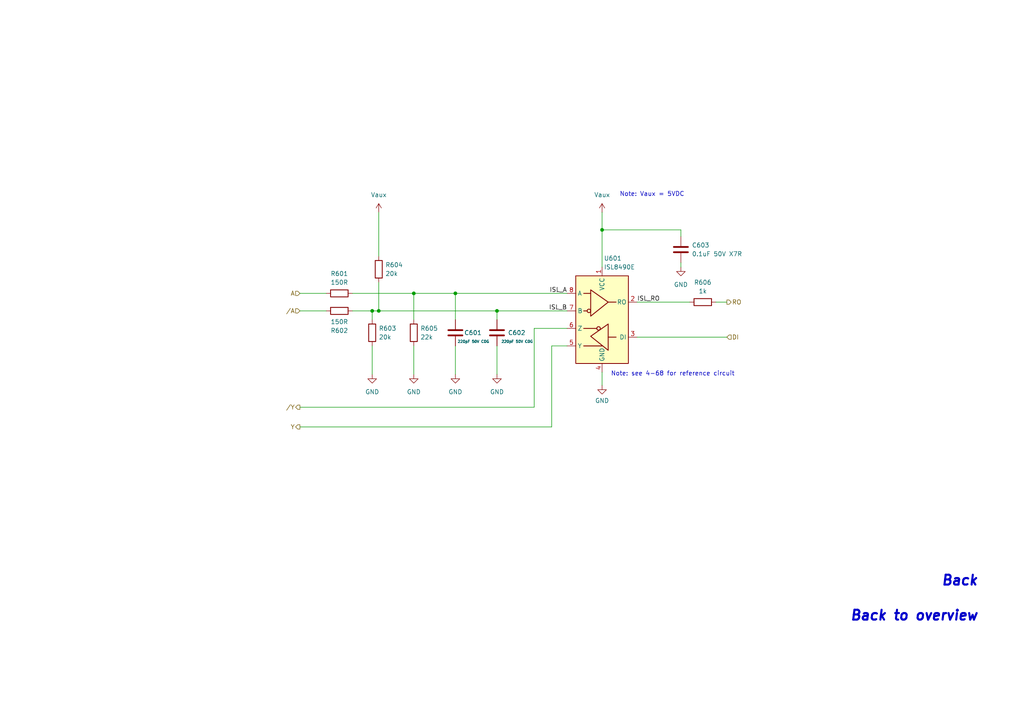
<source format=kicad_sch>
(kicad_sch (version 20230121) (generator eeschema)
  (paper "A4")
  (title_block (title "RS422 interface for SSI sensor") (date "2023-03-21") (company "EPFL Xplore") (comment 2 "Authors: Vincent Nguyen, Yassine Bakkali"))
  (lib_symbols
    (symbol "0_power_symbols:Vaux" (power) (pin_names (offset 0))
      (property "Value" "Vaux" (at 0 3.556 0))
      (symbol "Vaux_0_1"
        (polyline (pts (xy -0.762 1.27) (xy 0 2.54)))
        (polyline (pts (xy 0 0) (xy 0 2.54)))
        (polyline (pts (xy 0 2.54) (xy 0.762 1.27)))
      )
      (symbol "Vaux_1_1"
        (pin power_in line (at 0 0 90) (length 0) hide (name "Vaux") (number "1"))
      )
    )
    (symbol "0_transceiver:ISL8490E"
      (property "Reference" "U" (at -6.985 -13.97 0))
      (property "Value" "ISL8490E" (at 5.08 13.97 0))
      (symbol "ISL8490E_0_1"
        (rectangle (start -7.62 12.7) (end 7.62 -12.7) (stroke (width 0.254)) (fill (type background)))
        (polyline (pts (xy -1.778 -5.08) (xy -4.064 -5.08)) (stroke (width 0.254)))
        (polyline (pts (xy -1.778 5.08) (xy -4.064 5.08)) (stroke (width 0.254)))
        (polyline (pts (xy 0 -7.62) (xy 5.334 -7.62)) (stroke (width 0.254)))
        (polyline (pts (xy 1.524 -2.54) (xy 5.334 -2.54)) (stroke (width 0.254)))
        (polyline (pts (xy 3.302 7.62) (xy 5.334 7.62)) (stroke (width 0.254)))
        (polyline (pts (xy 4.318 2.54) (xy 5.334 2.54)) (stroke (width 0.254)))
        (polyline (pts (xy -1.778 -5.08) (xy -1.778 -1.27) (xy 3.302 -4.826) (xy -1.778 -8.89) (xy -1.778 -5.08)) (stroke (width 0.254)))
        (circle (center 1.016 -2.54) (radius 0.508) (stroke (width 0.254)))
      )
      (symbol "ISL8490E_1_1"
        (polyline (pts (xy 3.302 4.826) (xy 3.302 8.636) (xy -1.778 5.08) (xy 3.302 1.016) (xy 3.302 4.826)) (stroke (width 0.254)))
        (circle (center 3.81 2.54) (radius 0.508) (stroke (width 0.254)))
        (pin power_in line (at 0 15.24 270) (length 2.54) (name "VCC") (number "1"))
        (pin output line (at -10.16 5.08 0) (length 2.54) (name "RO") (number "2"))
        (pin input line (at -10.16 -5.08 0) (length 2.54) (name "DI") (number "3"))
        (pin power_in line (at 0 -15.24 90) (length 2.54) (name "GND") (number "4"))
        (pin output line (at 10.16 -7.62 180) (length 2.54) (name "Y") (number "5"))
        (pin output line (at 10.16 -2.54 180) (length 2.54) (name "Z") (number "6"))
        (pin input line (at 10.16 2.54 180) (length 2.54) (name "B") (number "7"))
        (pin input line (at 10.16 7.62 180) (length 2.54) (name "A") (number "8"))
      )
    )
    (symbol "Device:C" (pin_numbers hide) (pin_names (offset 0.254))
      (property "Reference" "C" (at 0.635 2.54 0))
      (property "Value" "C" (at 0.635 -2.54 0))
      (symbol "C_0_1"
        (polyline (pts (xy -2.032 -0.762) (xy 2.032 -0.762)) (stroke (width 0.508)))
        (polyline (pts (xy -2.032 0.762) (xy 2.032 0.762)) (stroke (width 0.508)))
      )
      (symbol "C_1_1"
        (pin passive line (at 0 3.81 270) (length 2.794) (name "~") (number "1"))
        (pin passive line (at 0 -3.81 90) (length 2.794) (name "~") (number "2"))
      )
    )
    (symbol "Device:R" (pin_numbers hide) (pin_names (offset 0))
      (property "Reference" "R" (at 2.032 0 90))
      (property "Value" "R" (at 0 0 90))
      (symbol "R_0_1"
        (rectangle (start -1.016 -2.54) (end 1.016 2.54) (stroke (width 0.254)))
      )
      (symbol "R_1_1"
        (pin passive line (at 0 3.81 270) (length 1.27) (name "~") (number "1"))
        (pin passive line (at 0 -3.81 90) (length 1.27) (name "~") (number "2"))
      )
    )
    (symbol "power:GND" (power) (pin_names (offset 0))
      (property "Value" "GND" (at 0 -3.81 0))
      (symbol "GND_0_1"
        (polyline (pts (xy 0 0) (xy 0 -1.27) (xy 1.27 -1.27) (xy 0 -2.54) (xy -1.27 -1.27) (xy 0 -1.27)))
      )
      (symbol "GND_1_1"
        (pin power_in line (at 0 0 270) (length 0) hide (name "GND") (number "1"))
      )
    )
  )
  (junction (at 109.855 90.17))
  (junction (at 132.08 85.09))
  (junction (at 120.015 85.09))
  (junction (at 107.95 90.17))
  (junction (at 144.145 90.17))
  (junction (at 174.625 66.675))
  (wire (pts (xy 120.015 85.09) (xy 120.015 92.71)))
  (wire (pts (xy 160.02 100.33) (xy 160.02 123.825)))
  (wire (pts (xy 109.855 61.595) (xy 109.855 74.295)))
  (wire (pts (xy 132.08 85.09) (xy 132.08 92.71)))
  (wire (pts (xy 197.485 66.675) (xy 174.625 66.675)))
  (wire (pts (xy 86.995 123.825) (xy 160.02 123.825)))
  (wire (pts (xy 154.94 95.25) (xy 154.94 118.11)))
  (wire (pts (xy 132.08 100.33) (xy 132.08 108.585)))
  (wire (pts (xy 174.625 111.76) (xy 174.625 107.95)))
  (wire (pts (xy 144.145 90.17) (xy 144.145 92.71)))
  (wire (pts (xy 132.08 85.09) (xy 164.465 85.09)))
  (wire (pts (xy 184.785 87.63) (xy 200.025 87.63)))
  (wire (pts (xy 109.855 81.915) (xy 109.855 90.17)))
  (wire (pts (xy 164.465 95.25) (xy 154.94 95.25)))
  (wire (pts (xy 207.645 87.63) (xy 210.82 87.63)))
  (wire (pts (xy 144.145 90.17) (xy 164.465 90.17)))
  (wire (pts (xy 120.015 85.09) (xy 132.08 85.09)))
  (wire (pts (xy 86.995 85.09) (xy 94.615 85.09)))
  (wire (pts (xy 109.855 90.17) (xy 144.145 90.17)))
  (wire (pts (xy 86.995 90.17) (xy 94.615 90.17)))
  (wire (pts (xy 144.145 108.585) (xy 144.145 100.33)))
  (wire (pts (xy 197.485 68.58) (xy 197.485 66.675)))
  (wire (pts (xy 120.015 100.33) (xy 120.015 108.585)))
  (wire (pts (xy 197.485 77.47) (xy 197.485 76.2)))
  (wire (pts (xy 86.995 118.11) (xy 154.94 118.11)))
  (wire (pts (xy 102.235 90.17) (xy 107.95 90.17)))
  (wire (pts (xy 107.95 90.17) (xy 107.95 92.71)))
  (wire (pts (xy 107.95 100.33) (xy 107.95 108.585)))
  (wire (pts (xy 174.625 61.595) (xy 174.625 66.675)))
  (wire (pts (xy 174.625 66.675) (xy 174.625 77.47)))
  (wire (pts (xy 184.785 97.79) (xy 210.82 97.79)))
  (wire (pts (xy 107.95 90.17) (xy 109.855 90.17)))
  (wire (pts (xy 164.465 100.33) (xy 160.02 100.33)))
  (wire (pts (xy 102.235 85.09) (xy 120.015 85.09)))
  (text "Note: Vaux = 5VDC" (at 179.705 57.15 0) (effects (font (size 1.27 1.27)) (justify left bottom)))
  (text "Back" (at 283.845 170.18 0) (effects (font (size 2.85 2.85) (thickness 0.6) bold italic) (justify right bottom)))
  (text "Note: see 4-68 for reference circuit" (at 177.165 109.22 0) (effects (font (size 1.27 1.27)) (justify left bottom)))
  (text "Back to overview" (at 283.845 180.34 0) (effects (font (size 2.85 2.85) (thickness 0.6) bold italic) (justify right bottom)))
  (label "ISL_B" (at 164.465 90.17 180))
  (label "ISL_A" (at 164.465 85.09 180))
  (label "ISL_RO" (at 184.785 87.63 0))
  (hierarchical_label "{slash}A" (shape input) (at 86.995 90.17 180))
  (hierarchical_label "Y" (shape output) (at 86.995 123.825 180))
  (hierarchical_label "A" (shape input) (at 86.995 85.09 180))
  (hierarchical_label "RO" (shape output) (at 210.82 87.63 0))
  (hierarchical_label "{slash}Y" (shape output) (at 86.995 118.11 180))
  (hierarchical_label "DI" (shape input) (at 210.82 97.79 0))
  (symbol (lib_id "0_power_symbols:Vaux") (at 174.625 61.595 0) (unit 1)
    (property "Reference" "#PWR0606" (effects hide))
    (property "Value" "Vaux" (at 174.625 56.515 0))
  )
  (symbol (lib_id "power:GND") (at 107.95 108.585 0) (unit 1)
    (property "Reference" "#PWR0601" (effects hide))
    (property "Value" "GND" (at 107.95 113.665 0))
  )
  (symbol (lib_id "power:GND") (at 144.145 108.585 0) (unit 1)
    (property "Reference" "#PWR0605" (effects hide))
    (property "Value" "GND" (at 144.145 113.665 0))
  )
  (symbol (lib_id "Device:C") (at 132.08 96.52 0) (unit 1)
    (property "Reference" "C601" (at 134.62 96.52 0) (effects (justify left)))
    (property "Value" "220pF 50V C0G" (at 132.715 99.06 0) (effects (font (size 0.762 0.762)) (justify left)))
    (property "Footprint" "Capacitor_SMD:C_0603_1608Metric" (effects hide))
    (property "Datasheet" "https://www.mouser.ch/datasheet/2/315/AOA0000C304-1149620.pdf" (effects hide))
    (property "Distributor" "Mouser" (effects hide))
    (property "Distributor ref" "667-ERJ-3EKF2202V" (effects hide))
    (property "Manufacturer ref" "ERJ-3EKF2202V" (effects hide))
  )
  (symbol (lib_id "0_power_symbols:Vaux") (at 109.855 61.595 0) (unit 1)
    (property "Reference" "#PWR0602" (effects hide))
    (property "Value" "Vaux" (at 109.855 56.515 0))
  )
  (symbol (lib_id "Device:R") (at 120.015 96.52 0) (unit 1)
    (property "Reference" "R605" (at 121.92 95.2499 0) (effects (justify left)))
    (property "Value" "22k" (at 121.92 97.7899 0) (effects (justify left)))
    (property "Footprint" "Resistor_SMD:R_0603_1608Metric" (effects hide))
    (property "Datasheet" "https://www.mouser.ch/datasheet/2/315/AOA0000C304-1149620.pdf" (effects hide))
    (property "Distributor" "Mouser" (effects hide))
    (property "Distributor ref" "667-ERJ-3EKF2202V" (effects hide))
    (property "Manufacturer ref" "ERJ-3EKF2202V" (effects hide))
  )
  (symbol (lib_id "power:GND") (at 174.625 111.76 0) (unit 1)
    (property "Reference" "#PWR0607" (effects hide))
    (property "Value" "GND" (at 174.625 116.205 0))
  )
  (symbol (lib_id "Device:R") (at 109.855 78.105 0) (unit 1)
    (property "Reference" "R604" (at 111.76 76.8349 0) (effects (justify left)))
    (property "Value" "20k" (at 111.76 79.3749 0) (effects (justify left)))
    (property "Footprint" "Resistor_SMD:R_0603_1608Metric" (effects hide))
    (property "Datasheet" "https://www.mouser.ch/datasheet/2/348/ROHM_S_A0011096274_1-2563284.pdf" (effects hide))
    (property "Distributor" "Mouser" (effects hide))
    (property "Distributor ref" "755-SDR03EZPF2002" (effects hide))
    (property "Manufacturer ref" "SDR03EZPF2002" (effects hide))
  )
  (symbol (lib_id "Device:C") (at 144.145 96.52 0) (unit 1)
    (property "Reference" "C602" (at 147.32 96.52 0) (effects (justify left)))
    (property "Value" "220pF 50V C0G" (at 145.415 99.06 0) (effects (font (size 0.762 0.762)) (justify left)))
    (property "Footprint" "Capacitor_SMD:C_0603_1608Metric" (effects hide))
    (property "Datasheet" "https://www.mouser.ch/datasheet/2/315/AOA0000C304-1149620.pdf" (effects hide))
    (property "Distributor" "Mouser" (effects hide))
    (property "Distributor ref" "667-ERJ-3EKF2202V" (effects hide))
    (property "Manufacturer ref" "ERJ-3EKF2202V" (effects hide))
  )
  (symbol (lib_id "power:GND") (at 197.485 77.47 0) (unit 1)
    (property "Reference" "#PWR0608" (effects hide))
    (property "Value" "GND" (at 197.485 82.55 0))
  )
  (symbol (lib_id "power:GND") (at 120.015 108.585 0) (unit 1)
    (property "Reference" "#PWR0603" (effects hide))
    (property "Value" "GND" (at 120.015 113.665 0))
  )
  (symbol (lib_id "Device:R") (at 98.425 90.17 90) (mirror x) (unit 1)
    (property "Reference" "R602" (at 98.425 95.885 90))
    (property "Value" "150R" (at 98.425 93.345 90))
    (property "Footprint" "Resistor_SMD:R_0603_1608Metric" (effects hide))
    (property "Datasheet" "https://www.mouser.ch/datasheet/2/427/crcwhpe3-1713858.pdf" (effects hide))
    (property "Distributor" "Mouser" (effects hide))
    (property "Distributor ref" "71-CRCW0603150RFKEAH" (effects hide))
    (property "Manufacturer ref" "CRCW0603150RFKEAHP" (effects hide))
  )
  (symbol (lib_id "Device:C") (at 197.485 72.39 0) (unit 1)
    (property "Reference" "C603" (at 200.66 71.1199 0) (effects (justify left)))
    (property "Value" "0.1uF 50V X7R" (at 200.66 73.6599 0) (effects (justify left)))
    (property "Footprint" "Capacitor_SMD:C_0603_1608Metric" (effects hide))
    (property "Datasheet" "https://www.mouser.ch/datasheet/2/212/KEM_C1023_X7R_AUTO_SMD-1093309.pdf" (effects hide))
    (property "Distributor" "Mouser" (effects hide))
    (property "Distributor ref" "80-C603C104K5RAC3121" (effects hide))
    (property "Manufacturer ref" "C0603C104K5RAC3121" (effects hide))
  )
  (symbol (lib_id "Device:R") (at 98.425 85.09 90) (unit 1)
    (property "Reference" "R601" (at 98.425 79.375 90))
    (property "Value" "150R" (at 98.425 81.915 90))
    (property "Footprint" "Resistor_SMD:R_0603_1608Metric" (effects hide))
    (property "Datasheet" "https://www.mouser.ch/datasheet/2/427/crcwhpe3-1713858.pdf" (effects hide))
    (property "Distributor" "Mouser" (effects hide))
    (property "Distributor ref" "71-CRCW0603150RFKEAH" (effects hide))
    (property "Manufacturer ref" "CRCW0603150RFKEAHP" (effects hide))
  )
  (symbol (lib_id "Device:R") (at 107.95 96.52 0) (unit 1)
    (property "Reference" "R603" (at 109.855 95.2499 0) (effects (justify left)))
    (property "Value" "20k" (at 109.855 97.7899 0) (effects (justify left)))
    (property "Footprint" "Resistor_SMD:R_0603_1608Metric" (effects hide))
    (property "Datasheet" "https://www.mouser.ch/datasheet/2/348/ROHM_S_A0011096274_1-2563284.pdf" (effects hide))
    (property "Distributor" "Mouser" (effects hide))
    (property "Distributor ref" "755-SDR03EZPF2002" (effects hide))
    (property "Manufacturer ref" "SDR03EZPF2002" (effects hide))
  )
  (symbol (lib_id "power:GND") (at 132.08 108.585 0) (unit 1)
    (property "Reference" "#PWR0604" (effects hide))
    (property "Value" "GND" (at 132.08 113.665 0))
  )
  (symbol (lib_id "0_transceiver:ISL8490E") (at 174.625 92.71 0) (mirror y) (unit 1)
    (property "Reference" "U601" (at 175.1456 74.93 0) (effects (justify right)))
    (property "Value" "ISL8490E" (at 175.1456 77.47 0) (effects (justify right)))
    (property "Footprint" "0_transceiver:ISL8490E-SOIC-8" (effects hide))
    (property "Datasheet" "https://www.mouser.ch/datasheet/2/698/REN_isl8488e_89e_90e_91e_DST_20220203-1998736.pdf" (effects hide))
    (property "Distributor" "Mouser" (effects hide))
    (property "Distributor ref" "968-ISL8490EIBZ-T" (effects hide))
    (property "Manufacturer ref" "ISL8490EIBZ-T" (effects hide))
  )
  (symbol (lib_id "Device:R") (at 203.835 87.63 90) (unit 1)
    (property "Reference" "R606" (at 203.835 81.915 90))
    (property "Value" "1k" (at 203.835 84.455 90))
    (property "Footprint" "Resistor_SMD:R_0603_1608Metric" (effects hide))
    (property "Datasheet" "https://www.mouser.ch/datasheet/2/427/crcwhpe3-1713858.pdf" (effects hide))
    (property "Distributor" "Mouser" (effects hide))
    (property "Distributor ref" "71-CRCW06031K00FKEAH" (effects hide))
    (property "Manufacturer ref" "CRCW06031K00FKEAHP" (effects hide))
  )
)
</source>
